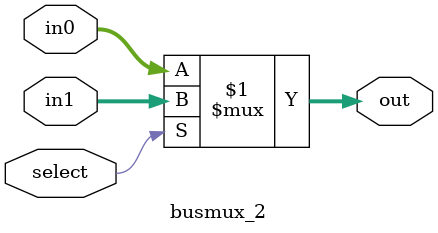
<source format=v>
module busmux_2(out, select, in0, in1);
    input select;
    input [31:0] in0, in1;
    output [31:0] out;
    assign out = select ? in1 : in0;
endmodule
</source>
